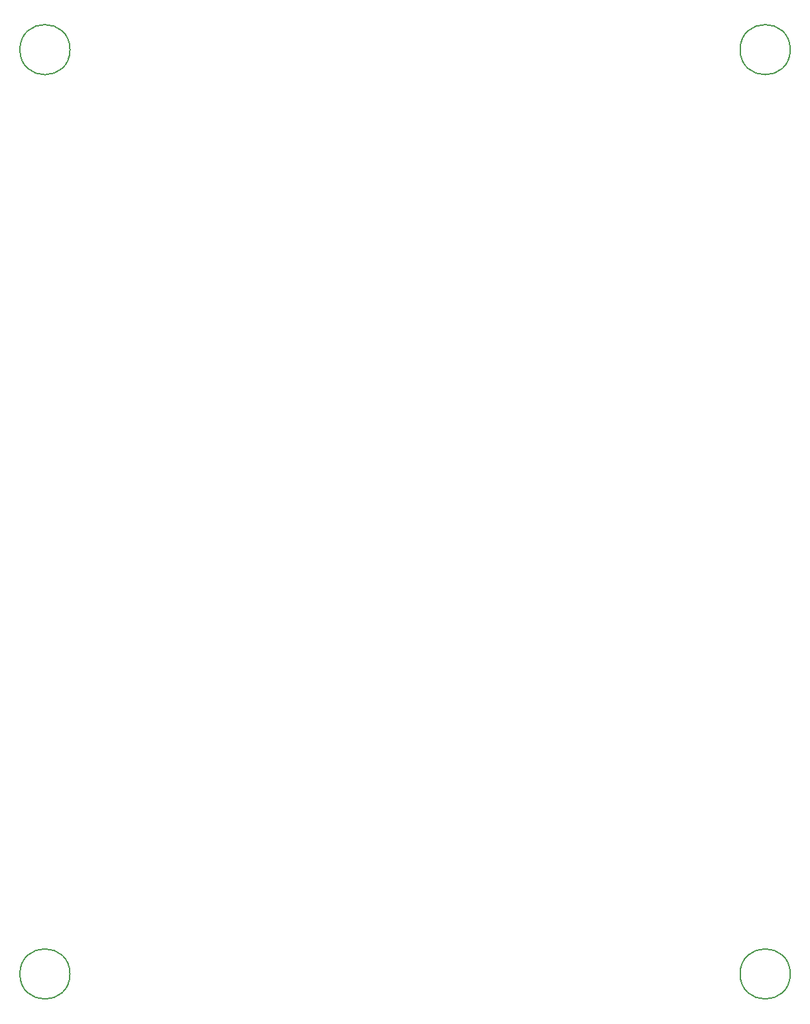
<source format=gbr>
%TF.GenerationSoftware,KiCad,Pcbnew,8.0.8-8.0.8-0~ubuntu22.04.1*%
%TF.CreationDate,2025-03-29T00:57:20+00:00*%
%TF.ProjectId,miniv_estop_board,6d696e69-765f-4657-9374-6f705f626f61,rev?*%
%TF.SameCoordinates,Original*%
%TF.FileFunction,Other,Comment*%
%FSLAX46Y46*%
G04 Gerber Fmt 4.6, Leading zero omitted, Abs format (unit mm)*
G04 Created by KiCad (PCBNEW 8.0.8-8.0.8-0~ubuntu22.04.1) date 2025-03-29 00:57:20*
%MOMM*%
%LPD*%
G01*
G04 APERTURE LIST*
%ADD10C,0.150000*%
G04 APERTURE END LIST*
D10*
%TO.C,H4*%
X191200000Y-137000000D02*
G75*
G02*
X184800000Y-137000000I-3200000J0D01*
G01*
X184800000Y-137000000D02*
G75*
G02*
X191200000Y-137000000I3200000J0D01*
G01*
%TO.C,H3*%
X99200000Y-137000000D02*
G75*
G02*
X92800000Y-137000000I-3200000J0D01*
G01*
X92800000Y-137000000D02*
G75*
G02*
X99200000Y-137000000I3200000J0D01*
G01*
%TO.C,H2*%
X191200000Y-19000000D02*
G75*
G02*
X184800000Y-19000000I-3200000J0D01*
G01*
X184800000Y-19000000D02*
G75*
G02*
X191200000Y-19000000I3200000J0D01*
G01*
%TO.C,H1*%
X99200000Y-19000000D02*
G75*
G02*
X92800000Y-19000000I-3200000J0D01*
G01*
X92800000Y-19000000D02*
G75*
G02*
X99200000Y-19000000I3200000J0D01*
G01*
%TD*%
M02*

</source>
